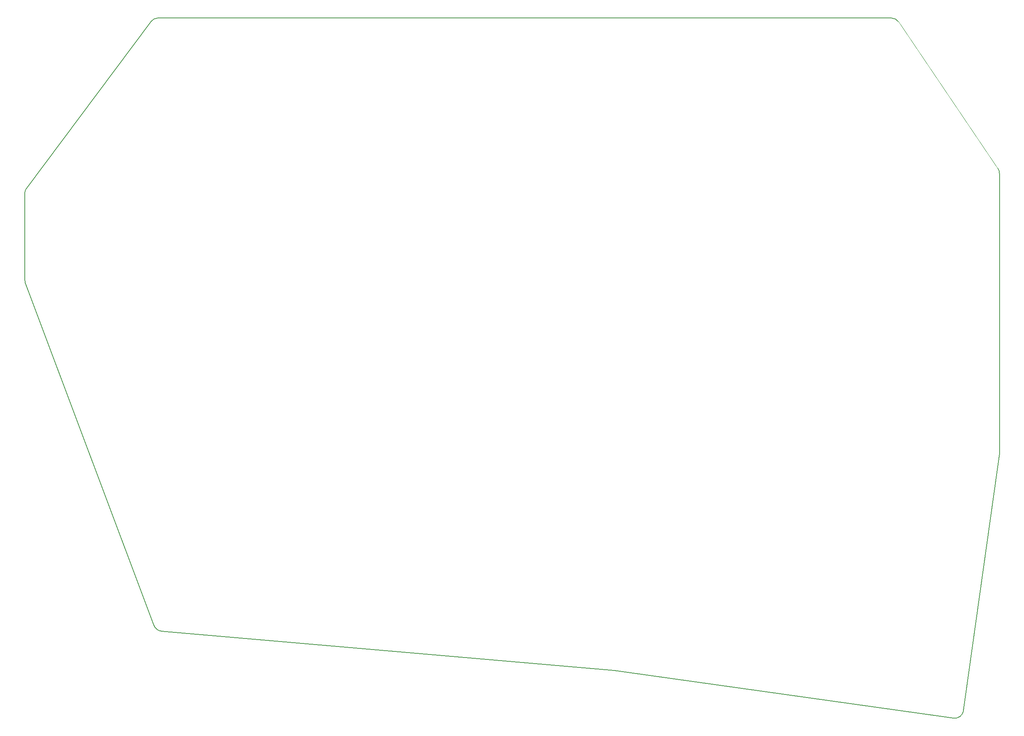
<source format=gm1>
%TF.GenerationSoftware,KiCad,Pcbnew,8.0.2*%
%TF.CreationDate,2024-06-02T17:13:22-07:00*%
%TF.ProjectId,ergodonk_simple_zero,6572676f-646f-46e6-9b5f-73696d706c65,0.2.1*%
%TF.SameCoordinates,Original*%
%TF.FileFunction,Profile,NP*%
%FSLAX46Y46*%
G04 Gerber Fmt 4.6, Leading zero omitted, Abs format (unit mm)*
G04 Created by KiCad (PCBNEW 8.0.2) date 2024-06-02 17:13:22*
%MOMM*%
%LPD*%
G01*
G04 APERTURE LIST*
%TA.AperFunction,Profile*%
%ADD10C,0.150000*%
%TD*%
%TA.AperFunction,Profile*%
%ADD11C,0.100000*%
%TD*%
G04 APERTURE END LIST*
D10*
X243625536Y-176211346D02*
G75*
G02*
X241361653Y-177913543I-1980636J277646D01*
G01*
X64680000Y-22293000D02*
X227545000Y-22293000D01*
D11*
X229201121Y-23171722D02*
X251251121Y-55721722D01*
D10*
X243625536Y-176211346D02*
X251575535Y-119621346D01*
X65445689Y-158585388D02*
X166025689Y-167315389D01*
X251594999Y-119343000D02*
G75*
G02*
X251575535Y-119621346I-1999999J0D01*
G01*
X166025689Y-167315389D02*
X241361654Y-177913536D01*
X35172881Y-81094683D02*
G75*
G02*
X35045000Y-80391000I1872119J703683D01*
G01*
X251251121Y-55721722D02*
G75*
G02*
X251595000Y-56843000I-1656121J-1121278D01*
G01*
X35172881Y-81094683D02*
X63747882Y-157296683D01*
X65445689Y-158585388D02*
G75*
G02*
X63747882Y-157296683I174311J1992388D01*
G01*
X251595000Y-56843000D02*
X251595000Y-119343000D01*
X35441450Y-60145750D02*
X63076444Y-23097752D01*
X63076444Y-23097752D02*
G75*
G02*
X64680000Y-22292998I1603556J-1195248D01*
G01*
X227545000Y-22293000D02*
G75*
G02*
X229201121Y-23171722I0J-2000000D01*
G01*
X35045990Y-61341000D02*
G75*
G02*
X35441450Y-60145750I2004010J0D01*
G01*
X35045000Y-80391000D02*
X35046987Y-61341000D01*
M02*

</source>
